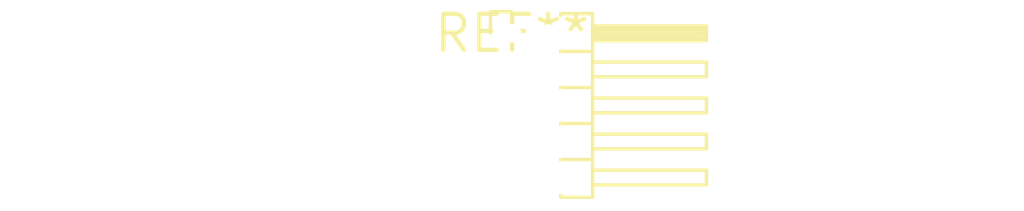
<source format=kicad_pcb>
(kicad_pcb (version 20240108) (generator pcbnew)
  (layers (0 "F.Cu" signal) (31 "B.Cu" signal) (34 "B.Paste" user) (35 "F.Paste" user) (36 "B.SilkS" user "B.Silkscreen") (37 "F.SilkS" user "F.Silkscreen") (38 "B.Mask" user) (39 "F.Mask" user) (44 "Edge.Cuts" user))
  (net 0 "")
  (footprint "PinHeader_2x05_P1.27mm_Horizontal" (layer "F.Cu") (at 0 0)
    (property "Reference" "REF**")
    (property "Value" "PinHeader_2x05_P1.27mm_Horizontal")
    (fp_line (start -0.76 -0.76) (end 0 -0.76) (layer "F.SilkS") (stroke (width 0.12)))
    (fp_line (start -0.76 0) (end -0.76 -0.76) (layer "F.SilkS") (stroke (width 0.12)))
    (fp_line (start 1.71 -0.695) (end 2.83 -0.695) (layer "F.SilkS") (stroke (width 0.12)))
    (fp_line (start 1.71 -0.619677) (end 1.71 -0.695) (layer "F.SilkS") (stroke (width 0.12)))
    (fp_line (start 1.71 0.619677) (end 1.71 0.650323) (layer "F.SilkS") (stroke (width 0.12)))
    (fp_line (start 1.71 0.635) (end 2.83 0.635) (layer "F.SilkS") (stroke (width 0.12)))
    (fp_line (start 1.71 1.889677) (end 1.71 1.920323) (layer "F.SilkS") (stroke (width 0.12)))
    (fp_line (start 1.71 1.905) (end 2.83 1.905) (layer "F.SilkS") (stroke (width 0.12)))
    (fp_line (start 1.71 3.159677) (end 1.71 3.190323) (layer "F.SilkS") (stroke (width 0.12)))
    (fp_line (start 1.71 3.175) (end 2.83 3.175) (layer "F.SilkS") (stroke (width 0.12)))
    (fp_line (start 1.71 4.429677) (end 1.71 4.460323) (layer "F.SilkS") (stroke (width 0.12)))
    (fp_line (start 1.71 4.445) (end 2.83 4.445) (layer "F.SilkS") (stroke (width 0.12)))
    (fp_line (start 1.71 5.775) (end 1.71 5.699677) (layer "F.SilkS") (stroke (width 0.12)))
    (fp_line (start 2.83 -0.695) (end 2.83 5.775) (layer "F.SilkS") (stroke (width 0.12)))
    (fp_line (start 2.83 -0.26) (end 6.83 -0.26) (layer "F.SilkS") (stroke (width 0.12)))
    (fp_line (start 2.83 -0.2) (end 6.83 -0.2) (layer "F.SilkS") (stroke (width 0.12)))
    (fp_line (start 2.83 -0.08) (end 6.83 -0.08) (layer "F.SilkS") (stroke (width 0.12)))
    (fp_line (start 2.83 0.04) (end 6.83 0.04) (layer "F.SilkS") (stroke (width 0.12)))
    (fp_line (start 2.83 0.16) (end 6.83 0.16) (layer "F.SilkS") (stroke (width 0.12)))
    (fp_line (start 2.83 1.01) (end 6.83 1.01) (layer "F.SilkS") (stroke (width 0.12)))
    (fp_line (start 2.83 2.28) (end 6.83 2.28) (layer "F.SilkS") (stroke (width 0.12)))
    (fp_line (start 2.83 3.55) (end 6.83 3.55) (layer "F.SilkS") (stroke (width 0.12)))
    (fp_line (start 2.83 4.82) (end 6.83 4.82) (layer "F.SilkS") (stroke (width 0.12)))
    (fp_line (start 2.83 5.775) (end 1.71 5.775) (layer "F.SilkS") (stroke (width 0.12)))
    (fp_line (start 6.83 -0.26) (end 6.83 0.26) (layer "F.SilkS") (stroke (width 0.12)))
    (fp_line (start 6.83 0.26) (end 2.83 0.26) (layer "F.SilkS") (stroke (width 0.12)))
    (fp_line (start 6.83 1.01) (end 6.83 1.53) (layer "F.SilkS") (stroke (width 0.12)))
    (fp_line (start 6.83 1.53) (end 2.83 1.53) (layer "F.SilkS") (stroke (width 0.12)))
    (fp_line (start 6.83 2.28) (end 6.83 2.8) (layer "F.SilkS") (stroke (width 0.12)))
    (fp_line (start 6.83 2.8) (end 2.83 2.8) (layer "F.SilkS") (stroke (width 0.12)))
    (fp_line (start 6.83 3.55) (end 6.83 4.07) (layer "F.SilkS") (stroke (width 0.12)))
    (fp_line (start 6.83 4.07) (end 2.83 4.07) (layer "F.SilkS") (stroke (width 0.12)))
    (fp_line (start 6.83 4.82) (end 6.83 5.34) (layer "F.SilkS") (stroke (width 0.12)))
    (fp_line (start 6.83 5.34) (end 2.83 5.34) (layer "F.SilkS") (stroke (width 0.12)))
    (pad "1" thru_hole rect (at 0 0) (size 1 1) (drill 0.65) (layers *.Cu *.Mask) (remove_unused_layers))
    (pad "2" thru_hole oval (at 1.27 0) (size 1 1) (drill 0.65) (layers *.Cu *.Mask) (remove_unused_layers))
    (pad "3" thru_hole oval (at 0 1.27) (size 1 1) (drill 0.65) (layers *.Cu *.Mask) (remove_unused_layers))
    (pad "4" thru_hole oval (at 1.27 1.27) (size 1 1) (drill 0.65) (layers *.Cu *.Mask) (remove_unused_layers))
    (pad "5" thru_hole oval (at 0 2.54) (size 1 1) (drill 0.65) (layers *.Cu *.Mask) (remove_unused_layers))
    (pad "6" thru_hole oval (at 1.27 2.54) (size 1 1) (drill 0.65) (layers *.Cu *.Mask) (remove_unused_layers))
    (pad "7" thru_hole oval (at 0 3.81) (size 1 1) (drill 0.65) (layers *.Cu *.Mask) (remove_unused_layers))
    (pad "8" thru_hole oval (at 1.27 3.81) (size 1 1) (drill 0.65) (layers *.Cu *.Mask) (remove_unused_layers))
    (pad "9" thru_hole oval (at 0 5.08) (size 1 1) (drill 0.65) (layers *.Cu *.Mask) (remove_unused_layers))
    (pad "10" thru_hole oval (at 1.27 5.08) (size 1 1) (drill 0.65) (layers *.Cu *.Mask) (remove_unused_layers))
  )
)
</source>
